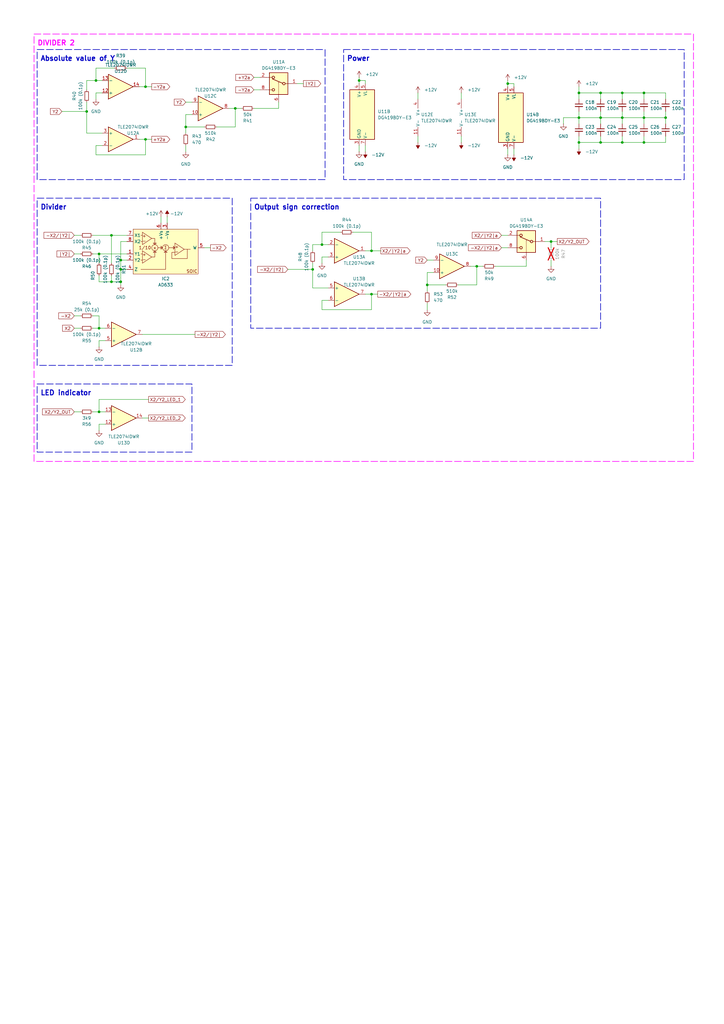
<source format=kicad_sch>
(kicad_sch (version 20231120) (generator "eeschema") (generator_version "8.0")
  (paper "A3" portrait)
  (title_block (title "Analog Computer Division Module") (date "2025-01-09") (rev "1"))
  (lib_symbols
    (symbol "Amplifier_Operational:TL074" (pin_names (offset 0.127))
      (property "Reference" "U" (at 0 5.08 0))
      (property "Value" "TL074" (at 0 -5.08 0))
      (symbol "TL074_1_1"
        (polyline (pts (xy -5.08 5.08) (xy 5.08 0) (xy -5.08 -5.08) (xy -5.08 5.08)) (stroke (width 0.254)) (fill (type background)))
        (pin output line (at 7.62 0 180) (length 2.54) (name "~") (number "1"))
        (pin input line (at -7.62 -2.54 0) (length 2.54) (name "-") (number "2"))
        (pin input line (at -7.62 2.54 0) (length 2.54) (name "+") (number "3"))
      )
      (symbol "TL074_2_1"
        (polyline (pts (xy -5.08 5.08) (xy 5.08 0) (xy -5.08 -5.08) (xy -5.08 5.08)) (stroke (width 0.254)) (fill (type background)))
        (pin input line (at -7.62 2.54 0) (length 2.54) (name "+") (number "5"))
        (pin input line (at -7.62 -2.54 0) (length 2.54) (name "-") (number "6"))
        (pin output line (at 7.62 0 180) (length 2.54) (name "~") (number "7"))
      )
      (symbol "TL074_3_1"
        (polyline (pts (xy -5.08 5.08) (xy 5.08 0) (xy -5.08 -5.08) (xy -5.08 5.08)) (stroke (width 0.254)) (fill (type background)))
        (pin input line (at -7.62 2.54 0) (length 2.54) (name "+") (number "10"))
        (pin output line (at 7.62 0 180) (length 2.54) (name "~") (number "8"))
        (pin input line (at -7.62 -2.54 0) (length 2.54) (name "-") (number "9"))
      )
      (symbol "TL074_4_1"
        (polyline (pts (xy -5.08 5.08) (xy 5.08 0) (xy -5.08 -5.08) (xy -5.08 5.08)) (stroke (width 0.254)) (fill (type background)))
        (pin input line (at -7.62 2.54 0) (length 2.54) (name "+") (number "12"))
        (pin input line (at -7.62 -2.54 0) (length 2.54) (name "-") (number "13"))
        (pin output line (at 7.62 0 180) (length 2.54) (name "~") (number "14"))
      )
      (symbol "TL074_5_1"
        (pin power_in line (at -2.54 -7.62 90) (length 3.81) (name "V-") (number "11"))
        (pin power_in line (at -2.54 7.62 270) (length 3.81) (name "V+") (number "4"))
      )
    )
    (symbol "Analog_Switch:ADG419BR" (pin_names (offset 0.254))
      (property "Reference" "U" (at -3.175 4.699 0))
      (property "Value" "ADG419BR" (at -3.175 2.921 0))
      (symbol "ADG419BR_1_1"
        (rectangle (start -3.81 4.445) (end 3.81 -4.445) (stroke (width 0.254)) (fill (type background)))
        (circle (center -2.159 0) (radius 0.508) (stroke (width 0.254)))
        (polyline (pts (xy -5.08 0) (xy -2.794 0)))
        (polyline (pts (xy -1.651 0.127) (xy 2.54 1.905)) (stroke (width 0.254)))
        (polyline (pts (xy 0 -5.08) (xy 0 -4.572)))
        (polyline (pts (xy 0 -4.318) (xy 0 -4.064)))
        (polyline (pts (xy 0 -3.81) (xy 0 -3.556)))
        (polyline (pts (xy 0 -3.302) (xy 0 -3.048)))
        (polyline (pts (xy 0 -2.794) (xy 0 -2.54)))
        (polyline (pts (xy 0 -2.286) (xy 0 -2.032)))
        (polyline (pts (xy 0 -1.778) (xy 0 -1.524)))
        (polyline (pts (xy 0 -1.27) (xy 0 -1.016)))
        (polyline (pts (xy 0 -0.762) (xy 0 -0.508)))
        (polyline (pts (xy 0 -0.254) (xy 0 0)))
        (polyline (pts (xy 0 0.254) (xy 0 0.508)))
        (polyline (pts (xy 0 0.254) (xy 0 0.508)))
        (polyline (pts (xy 5.08 -2.54) (xy 2.794 -2.54)))
        (polyline (pts (xy 5.08 2.54) (xy 2.794 2.54)))
        (circle (center 2.159 -2.54) (radius 0.508) (stroke (width 0.254)))
        (circle (center 2.159 2.54) (radius 0.508) (stroke (width 0.254)))
        (pin passive line (at -7.62 0 0) (length 2.54) (name "~") (number "1"))
        (pin passive line (at 7.62 2.54 180) (length 2.54) (name "~") (number "2"))
        (pin input line (at 0 -7.62 90) (length 2.54) (name "~") (number "6"))
        (pin passive line (at 7.62 -2.54 180) (length 2.54) (name "~") (number "8"))
      )
      (symbol "ADG419BR_2_0"
        (pin power_in line (at 0 -12.7 90) (length 2.54) (name "GND") (number "3"))
        (pin power_in line (at 0 12.7 270) (length 2.54) (name "V+") (number "4"))
        (pin power_in line (at 2.54 12.7 270) (length 2.54) (name "VL") (number "5"))
        (pin power_in line (at 2.54 -12.7 90) (length 2.54) (name "V-") (number "7"))
      )
      (symbol "ADG419BR_2_1"
        (rectangle (start -3.81 10.16) (end 6.35 -10.16) (stroke (width 0.254)) (fill (type background)))
      )
    )
    (symbol "Analog_Switch:DG419LDY" (pin_names (offset 0.254))
      (property "Reference" "U" (at -3.175 7.239 0))
      (property "Value" "DG419LDY" (at -3.175 5.461 0))
      (symbol "DG419LDY_1_1"
        (rectangle (start -3.81 4.445) (end 3.81 -4.445) (stroke (width 0.254)) (fill (type background)))
        (circle (center -2.159 0) (radius 0.508) (stroke (width 0.254)))
        (polyline (pts (xy -5.08 0) (xy -2.794 0)))
        (polyline (pts (xy -1.651 0.127) (xy 2.54 1.905)) (stroke (width 0.254)))
        (polyline (pts (xy 0 -5.08) (xy 0 -4.572)))
        (polyline (pts (xy 0 -4.318) (xy 0 -4.064)))
        (polyline (pts (xy 0 -3.81) (xy 0 -3.556)))
        (polyline (pts (xy 0 -3.302) (xy 0 -3.048)))
        (polyline (pts (xy 0 -2.794) (xy 0 -2.54)))
        (polyline (pts (xy 0 -2.286) (xy 0 -2.032)))
        (polyline (pts (xy 0 -1.778) (xy 0 -1.524)))
        (polyline (pts (xy 0 -1.27) (xy 0 -1.016)))
        (polyline (pts (xy 0 -0.762) (xy 0 -0.508)))
        (polyline (pts (xy 0 -0.254) (xy 0 0)))
        (polyline (pts (xy 0 0.254) (xy 0 0.508)))
        (polyline (pts (xy 0 0.254) (xy 0 0.508)))
        (polyline (pts (xy 5.08 -2.54) (xy 2.794 -2.54)))
        (polyline (pts (xy 5.08 2.54) (xy 2.794 2.54)))
        (circle (center 2.159 -2.54) (radius 0.508) (stroke (width 0.254)))
        (circle (center 2.159 2.54) (radius 0.508) (stroke (width 0.254)))
        (pin passive line (at -7.62 0 0) (length 2.54) (name "~") (number "1"))
        (pin passive line (at 7.62 2.54 180) (length 2.54) (name "~") (number "2"))
        (pin input line (at 0 -7.62 90) (length 2.54) (name "~") (number "6"))
        (pin passive line (at 7.62 -2.54 180) (length 2.54) (name "~") (number "8"))
      )
      (symbol "DG419LDY_2_0"
        (pin power_in line (at 0 -12.7 90) (length 2.54) (name "GND") (number "3"))
        (pin power_in line (at 0 12.7 270) (length 2.54) (name "V+") (number "4"))
        (pin power_in line (at 2.54 12.7 270) (length 2.54) (name "VL") (number "5"))
        (pin power_in line (at 2.54 -12.7 90) (length 2.54) (name "V-") (number "7"))
      )
      (symbol "DG419LDY_2_1"
        (rectangle (start -3.81 10.16) (end 6.35 -10.16) (stroke (width 0.254)) (fill (type background)))
      )
    )
    (symbol "Analog_computing:AD633JR/AD633AR"
      (property "Reference" "IC" (at 21.336 8.636 0))
      (symbol "AD633JR/AD633AR_1_1"
        (rectangle (start -1.27 7.62) (end 25.4 -10.795) (fill (type background)))
        (polyline (pts (xy 2.54 -5.08) (xy 1.905 -5.08)))
        (polyline (pts (xy 2.54 -2.54) (xy 1.905 -2.54)))
        (polyline (pts (xy 2.54 2.54) (xy 1.905 2.54)))
        (polyline (pts (xy 2.54 5.08) (xy 1.905 5.08)))
        (polyline (pts (xy 8.89 0) (xy 10.795 0)))
        (polyline (pts (xy 13.335 0) (xy 15.875 0)))
        (polyline (pts (xy 19.685 -0.635) (xy 22.225 -0.635)))
        (polyline (pts (xy 1.905 -8.89) (xy 12.065 -8.89) (xy 12.065 -1.27)))
        (polyline (pts (xy 6.35 -3.81) (xy 7.62 -3.81) (xy 7.62 -1.27)))
        (polyline (pts (xy 7.62 1.27) (xy 7.62 3.81) (xy 6.35 3.81)))
        (polyline (pts (xy 2.54 -1.27) (xy 2.54 -6.35) (xy 6.35 -3.81) (xy 2.54 -1.27)))
        (polyline (pts (xy 2.54 6.35) (xy 2.54 1.27) (xy 6.35 3.81) (xy 2.54 6.35)))
        (polyline (pts (xy 6.985 1.905) (xy 7.62 1.27) (xy 8.255 1.905) (xy 6.985 1.905)))
        (polyline (pts (xy 7.62 -1.27) (xy 6.985 -1.905) (xy 8.255 -1.905) (xy 7.62 -1.27)))
        (polyline (pts (xy 10.16 0.635) (xy 10.795 0) (xy 10.16 -0.635) (xy 10.16 0.635)))
        (polyline (pts (xy 12.065 -1.27) (xy 11.43 -1.905) (xy 12.7 -1.905) (xy 12.065 -1.27)))
        (polyline (pts (xy 15.24 0.635) (xy 15.875 0) (xy 15.24 -0.635) (xy 15.24 0.635)))
        (polyline (pts (xy 15.875 1.905) (xy 15.875 -3.175) (xy 19.685 -0.635) (xy 15.875 1.905)))
        (polyline (pts (xy 15.875 -1.905) (xy 14.605 -1.905) (xy 14.605 -4.445) (xy 20.955 -4.445) (xy 20.955 -0.635)))
        (circle (center 7.62 0) (radius 1.27))
        (circle (center 12.065 0) (radius 1.27))
        (text "+\n-" (at 3.302 -3.81 0) (effects (font (size 1.27 1.27))))
        (text "+\n-" (at 3.302 3.81 0) (effects (font (size 1.27 1.27))))
        (text "+\n-" (at 16.637 -0.635 0) (effects (font (size 1.27 1.27))))
        (text "1/10" (at 3.556 0 0) (effects (font (size 1.27 1.27))))
        (text "SOIC" (at 22.86 -9.652 0) (effects (font (size 1.27 1.27))))
        (text "x\n" (at 7.62 0 0) (effects (font (size 1.27 1.27))))
        (text "Σ" (at 12.065 0 0) (effects (font (size 1.27 1.27))))
        (pin input line (at -3.81 -2.54 0) (length 2.54) (name "Y1") (number "1"))
        (pin input line (at -3.81 -5.08 0) (length 2.54) (name "Y2") (number "2"))
        (pin input line (at 12.7 10.16 270) (length 2.54) (name "-Vs") (number "3"))
        (pin input line (at -3.81 -8.89 0) (length 2.54) (name "Z") (number "4"))
        (pin output line (at 27.94 0 180) (length 2.54) (name "W") (number "5"))
        (pin input line (at 10.16 10.16 270) (length 2.54) (name "+Vs") (number "6"))
        (pin input line (at -3.81 5.08 0) (length 2.54) (name "X1") (number "7"))
        (pin input line (at -3.81 2.54 0) (length 2.54) (name "X2") (number "8"))
      )
    )
    (symbol "Device:C_Small" (pin_numbers hide) (pin_names (offset 0.254) hide)
      (property "Reference" "C" (at 0.254 1.778 0))
      (property "Value" "C_Small" (at 0.254 -2.032 0))
      (symbol "C_Small_0_1"
        (polyline (pts (xy -1.524 -0.508) (xy 1.524 -0.508)) (stroke (width 0.3302)))
        (polyline (pts (xy -1.524 0.508) (xy 1.524 0.508)) (stroke (width 0.3048)))
      )
      (symbol "C_Small_1_1"
        (pin passive line (at 0 2.54 270) (length 2.032) (name "~") (number "1"))
        (pin passive line (at 0 -2.54 90) (length 2.032) (name "~") (number "2"))
      )
    )
    (symbol "Device:R_Small" (pin_numbers hide) (pin_names (offset 0.254) hide)
      (property "Reference" "R" (at 0.762 0.508 0))
      (property "Value" "R_Small" (at 0.762 -1.016 0))
      (symbol "R_Small_0_1"
        (rectangle (start -0.762 1.778) (end 0.762 -1.778) (stroke (width 0.2032)))
      )
      (symbol "R_Small_1_1"
        (pin passive line (at 0 2.54 270) (length 0.762) (name "~") (number "1"))
        (pin passive line (at 0 -2.54 90) (length 0.762) (name "~") (number "2"))
      )
    )
    (symbol "power:+12V" (power) (pin_numbers hide) (pin_names (offset 0) hide)
      (property "Value" "+12V" (at 0 3.556 0))
      (symbol "+12V_0_1"
        (polyline (pts (xy -0.762 1.27) (xy 0 2.54)))
        (polyline (pts (xy 0 0) (xy 0 2.54)))
        (polyline (pts (xy 0 2.54) (xy 0.762 1.27)))
      )
      (symbol "+12V_1_1"
        (pin power_in line (at 0 0 90) (length 0) (name "~") (number "1"))
      )
    )
    (symbol "power:-12V" (power) (pin_numbers hide) (pin_names (offset 0) hide)
      (property "Value" "-12V" (at 0 3.556 0))
      (symbol "-12V_0_0"
        (pin power_in line (at 0 0 90) (length 0) (name "~") (number "1"))
      )
      (symbol "-12V_0_1"
        (polyline (pts (xy 0 0) (xy 0 1.27) (xy 0.762 1.27) (xy 0 2.54) (xy -0.762 1.27) (xy 0 1.27)) (fill (type outline)))
      )
    )
    (symbol "power:GND" (power) (pin_numbers hide) (pin_names (offset 0) hide)
      (property "Value" "GND" (at 0 -3.81 0))
      (symbol "GND_0_1"
        (polyline (pts (xy 0 0) (xy 0 -1.27) (xy 1.27 -1.27) (xy 0 -2.54) (xy -1.27 -1.27) (xy 0 -1.27)))
      )
      (symbol "GND_1_1"
        (pin power_in line (at 0 0 270) (length 0) (name "~") (number "1"))
      )
    )
  )
  (junction (at 255.27 38.1))
  (junction (at 128.27 110.49))
  (junction (at 39.37 33.02))
  (junction (at 237.49 38.1))
  (junction (at 40.64 168.91))
  (junction (at 49.53 115.57))
  (junction (at 208.28 34.29))
  (junction (at 246.38 38.1))
  (junction (at 237.49 48.26))
  (junction (at 45.72 96.52))
  (junction (at 152.4 102.87))
  (junction (at 264.16 48.26))
  (junction (at 255.27 48.26))
  (junction (at 175.26 116.84))
  (junction (at 195.58 109.22))
  (junction (at 45.72 115.57))
  (junction (at 49.53 106.68))
  (junction (at 147.32 33.02))
  (junction (at 237.49 58.42))
  (junction (at 132.08 100.33))
  (junction (at 273.05 48.26))
  (junction (at 226.06 99.06))
  (junction (at 152.4 120.65))
  (junction (at 59.69 35.56))
  (junction (at 246.38 48.26))
  (junction (at 40.64 104.14))
  (junction (at 264.16 58.42))
  (junction (at 264.16 38.1))
  (junction (at 59.69 57.15))
  (junction (at 49.53 110.49))
  (junction (at 35.56 45.72))
  (junction (at 255.27 58.42))
  (junction (at 246.38 58.42))
  (junction (at 40.64 134.62))
  (junction (at 96.52 44.45))
  (junction (at 76.2 52.07))
  (wire (pts (xy 40.64 113.03) (xy 40.64 115.57)))
  (wire (pts (xy 134.62 105.41) (xy 132.08 105.41)))
  (wire (pts (xy 237.49 35.56) (xy 237.49 38.1)))
  (wire (pts (xy 76.2 46.99) (xy 76.2 52.07)))
  (wire (pts (xy 273.05 40.64) (xy 273.05 38.1)))
  (wire (pts (xy 264.16 48.26) (xy 264.16 50.8)))
  (wire (pts (xy 121.92 34.29) (xy 124.46 34.29)))
  (wire (pts (xy 40.64 134.62) (xy 43.18 134.62)))
  (wire (pts (xy 264.16 45.72) (xy 264.16 48.26)))
  (wire (pts (xy 273.05 48.26) (xy 273.05 50.8)))
  (wire (pts (xy 205.74 96.52) (xy 208.28 96.52)))
  (wire (pts (xy 187.96 116.84) (xy 195.58 116.84)))
  (wire (pts (xy 39.37 59.69) (xy 39.37 63.5)))
  (wire (pts (xy 76.2 52.07) (xy 76.2 54.61)))
  (wire (pts (xy 40.64 139.7) (xy 43.18 139.7)))
  (wire (pts (xy 223.52 99.06) (xy 226.06 99.06)))
  (wire (pts (xy 96.52 44.45) (xy 96.52 52.07)))
  (wire (pts (xy 134.62 118.11) (xy 128.27 118.11)))
  (wire (pts (xy 104.14 44.45) (xy 114.3 44.45)))
  (wire (pts (xy 58.42 137.16) (xy 80.01 137.16)))
  (wire (pts (xy 149.86 102.87) (xy 152.4 102.87)))
  (wire (pts (xy 237.49 48.26) (xy 237.49 50.8)))
  (wire (pts (xy 39.37 63.5) (xy 59.69 63.5)))
  (wire (pts (xy 208.28 34.29) (xy 208.28 35.56)))
  (wire (pts (xy 76.2 41.91) (xy 78.74 41.91)))
  (wire (pts (xy 114.3 44.45) (xy 114.3 41.91)))
  (wire (pts (xy 76.2 59.69) (xy 76.2 62.23)))
  (wire (pts (xy 78.74 46.99) (xy 76.2 46.99)))
  (wire (pts (xy 226.06 106.68) (xy 226.06 109.22)))
  (wire (pts (xy 68.58 88.9) (xy 68.58 91.44)))
  (wire (pts (xy 49.53 106.68) (xy 52.07 106.68)))
  (wire (pts (xy 49.53 106.68) (xy 49.53 110.49)))
  (wire (pts (xy 38.1 104.14) (xy 40.64 104.14)))
  (wire (pts (xy 147.32 59.69) (xy 147.32 62.23)))
  (wire (pts (xy 38.1 134.62) (xy 40.64 134.62)))
  (wire (pts (xy 171.45 55.88) (xy 171.45 58.42)))
  (wire (pts (xy 40.64 163.83) (xy 40.64 168.91)))
  (wire (pts (xy 39.37 38.1) (xy 41.91 38.1)))
  (wire (pts (xy 40.64 129.54) (xy 40.64 134.62)))
  (wire (pts (xy 246.38 48.26) (xy 255.27 48.26)))
  (wire (pts (xy 132.08 100.33) (xy 134.62 100.33)))
  (wire (pts (xy 58.42 171.45) (xy 60.96 171.45)))
  (wire (pts (xy 175.26 111.76) (xy 175.26 116.84)))
  (wire (pts (xy 255.27 48.26) (xy 264.16 48.26)))
  (wire (pts (xy 226.06 99.06) (xy 228.6 99.06)))
  (wire (pts (xy 273.05 45.72) (xy 273.05 48.26)))
  (wire (pts (xy 49.53 115.57) (xy 49.53 116.84)))
  (wire (pts (xy 264.16 48.26) (xy 273.05 48.26)))
  (wire (pts (xy 237.49 58.42) (xy 246.38 58.42)))
  (wire (pts (xy 226.06 99.06) (xy 226.06 101.6)))
  (wire (pts (xy 152.4 102.87) (xy 156.21 102.87)))
  (wire (pts (xy 152.4 120.65) (xy 149.86 120.65)))
  (wire (pts (xy 189.23 55.88) (xy 189.23 58.42)))
  (wire (pts (xy 38.1 96.52) (xy 45.72 96.52)))
  (wire (pts (xy 189.23 38.1) (xy 189.23 40.64)))
  (wire (pts (xy 152.4 95.25) (xy 144.78 95.25)))
  (wire (pts (xy 30.48 104.14) (xy 33.02 104.14)))
  (wire (pts (xy 25.4 45.72) (xy 35.56 45.72)))
  (wire (pts (xy 205.74 101.6) (xy 208.28 101.6)))
  (wire (pts (xy 83.82 101.6) (xy 86.36 101.6)))
  (wire (pts (xy 40.64 173.99) (xy 43.18 173.99)))
  (wire (pts (xy 152.4 127) (xy 152.4 120.65)))
  (wire (pts (xy 66.04 88.9) (xy 66.04 91.44)))
  (wire (pts (xy 246.38 38.1) (xy 246.38 40.64)))
  (wire (pts (xy 152.4 120.65) (xy 154.94 120.65)))
  (wire (pts (xy 35.56 33.02) (xy 35.56 36.83)))
  (wire (pts (xy 40.64 104.14) (xy 40.64 107.95)))
  (wire (pts (xy 237.49 48.26) (xy 246.38 48.26)))
  (wire (pts (xy 45.72 96.52) (xy 52.07 96.52)))
  (wire (pts (xy 237.49 55.88) (xy 237.49 58.42)))
  (wire (pts (xy 118.11 110.49) (xy 128.27 110.49)))
  (wire (pts (xy 134.62 123.19) (xy 132.08 123.19)))
  (wire (pts (xy 255.27 38.1) (xy 246.38 38.1)))
  (wire (pts (xy 45.72 115.57) (xy 49.53 115.57)))
  (wire (pts (xy 231.14 50.8) (xy 231.14 48.26)))
  (wire (pts (xy 96.52 44.45) (xy 99.06 44.45)))
  (wire (pts (xy 59.69 35.56) (xy 62.23 35.56)))
  (wire (pts (xy 210.82 34.29) (xy 208.28 34.29)))
  (wire (pts (xy 246.38 45.72) (xy 246.38 48.26)))
  (wire (pts (xy 57.15 35.56) (xy 59.69 35.56)))
  (wire (pts (xy 40.64 142.24) (xy 40.64 139.7)))
  (wire (pts (xy 45.72 113.03) (xy 45.72 115.57)))
  (wire (pts (xy 273.05 55.88) (xy 273.05 58.42)))
  (wire (pts (xy 128.27 118.11) (xy 128.27 110.49)))
  (wire (pts (xy 195.58 109.22) (xy 198.12 109.22)))
  (wire (pts (xy 49.53 110.49) (xy 52.07 110.49)))
  (wire (pts (xy 40.64 176.53) (xy 40.64 173.99)))
  (wire (pts (xy 149.86 59.69) (xy 149.86 62.23)))
  (wire (pts (xy 132.08 123.19) (xy 132.08 127)))
  (wire (pts (xy 40.64 115.57) (xy 45.72 115.57)))
  (wire (pts (xy 49.53 99.06) (xy 49.53 106.68)))
  (wire (pts (xy 40.64 168.91) (xy 43.18 168.91)))
  (wire (pts (xy 210.82 60.96) (xy 210.82 63.5)))
  (wire (pts (xy 208.28 60.96) (xy 208.28 63.5)))
  (wire (pts (xy 171.45 38.1) (xy 171.45 40.64)))
  (wire (pts (xy 246.38 48.26) (xy 246.38 50.8)))
  (wire (pts (xy 39.37 27.94) (xy 39.37 33.02)))
  (wire (pts (xy 41.91 59.69) (xy 39.37 59.69)))
  (wire (pts (xy 149.86 34.29) (xy 149.86 33.02)))
  (wire (pts (xy 246.38 58.42) (xy 246.38 55.88)))
  (wire (pts (xy 231.14 48.26) (xy 237.49 48.26)))
  (wire (pts (xy 59.69 35.56) (xy 59.69 27.94)))
  (wire (pts (xy 237.49 45.72) (xy 237.49 48.26)))
  (wire (pts (xy 175.26 124.46) (xy 175.26 127)))
  (wire (pts (xy 96.52 52.07) (xy 88.9 52.07)))
  (wire (pts (xy 273.05 38.1) (xy 264.16 38.1)))
  (wire (pts (xy 237.49 40.64) (xy 237.49 38.1)))
  (wire (pts (xy 237.49 38.1) (xy 246.38 38.1)))
  (wire (pts (xy 128.27 107.95) (xy 128.27 110.49)))
  (wire (pts (xy 59.69 63.5) (xy 59.69 57.15)))
  (wire (pts (xy 35.56 41.91) (xy 35.56 45.72)))
  (wire (pts (xy 132.08 127) (xy 152.4 127)))
  (wire (pts (xy 208.28 33.02) (xy 208.28 34.29)))
  (wire (pts (xy 59.69 57.15) (xy 62.23 57.15)))
  (wire (pts (xy 147.32 33.02) (xy 149.86 33.02)))
  (wire (pts (xy 177.8 111.76) (xy 175.26 111.76)))
  (wire (pts (xy 132.08 105.41) (xy 132.08 107.95)))
  (wire (pts (xy 30.48 96.52) (xy 33.02 96.52)))
  (wire (pts (xy 193.04 109.22) (xy 195.58 109.22)))
  (wire (pts (xy 175.26 106.68) (xy 177.8 106.68)))
  (wire (pts (xy 49.53 110.49) (xy 49.53 115.57)))
  (wire (pts (xy 128.27 100.33) (xy 132.08 100.33)))
  (wire (pts (xy 147.32 31.75) (xy 147.32 33.02)))
  (wire (pts (xy 210.82 35.56) (xy 210.82 34.29)))
  (wire (pts (xy 30.48 168.91) (xy 33.02 168.91)))
  (wire (pts (xy 40.64 104.14) (xy 52.07 104.14)))
  (wire (pts (xy 52.07 27.94) (xy 59.69 27.94)))
  (wire (pts (xy 46.99 27.94) (xy 39.37 27.94)))
  (wire (pts (xy 132.08 95.25) (xy 132.08 100.33)))
  (wire (pts (xy 273.05 58.42) (xy 264.16 58.42)))
  (wire (pts (xy 35.56 54.61) (xy 41.91 54.61)))
  (wire (pts (xy 60.96 163.83) (xy 40.64 163.83)))
  (wire (pts (xy 104.14 36.83) (xy 106.68 36.83)))
  (wire (pts (xy 195.58 116.84) (xy 195.58 109.22)))
  (wire (pts (xy 255.27 48.26) (xy 255.27 50.8)))
  (wire (pts (xy 264.16 40.64) (xy 264.16 38.1)))
  (wire (pts (xy 255.27 40.64) (xy 255.27 38.1)))
  (wire (pts (xy 38.1 168.91) (xy 40.64 168.91)))
  (wire (pts (xy 215.9 109.22) (xy 215.9 106.68)))
  (wire (pts (xy 45.72 96.52) (xy 45.72 107.95)))
  (wire (pts (xy 255.27 58.42) (xy 264.16 58.42)))
  (wire (pts (xy 52.07 99.06) (xy 49.53 99.06)))
  (wire (pts (xy 237.49 58.42) (xy 237.49 60.96)))
  (wire (pts (xy 104.14 31.75) (xy 106.68 31.75)))
  (wire (pts (xy 76.2 52.07) (xy 83.82 52.07)))
  (wire (pts (xy 139.7 95.25) (xy 132.08 95.25)))
  (wire (pts (xy 175.26 116.84) (xy 182.88 116.84)))
  (wire (pts (xy 264.16 55.88) (xy 264.16 58.42)))
  (wire (pts (xy 59.69 57.15) (xy 57.15 57.15)))
  (wire (pts (xy 246.38 58.42) (xy 255.27 58.42)))
  (wire (pts (xy 203.2 109.22) (xy 215.9 109.22)))
  (wire (pts (xy 39.37 40.64) (xy 39.37 38.1)))
  (wire (pts (xy 255.27 45.72) (xy 255.27 48.26)))
  (wire (pts (xy 93.98 44.45) (xy 96.52 44.45)))
  (wire (pts (xy 30.48 134.62) (xy 33.02 134.62)))
  (wire (pts (xy 264.16 38.1) (xy 255.27 38.1)))
  (wire (pts (xy 35.56 45.72) (xy 35.56 54.61)))
  (wire (pts (xy 255.27 55.88) (xy 255.27 58.42)))
  (wire (pts (xy 30.48 129.54) (xy 33.02 129.54)))
  (wire (pts (xy 128.27 100.33) (xy 128.27 102.87)))
  (wire (pts (xy 175.26 116.84) (xy 175.26 119.38)))
  (wire (pts (xy 39.37 33.02) (xy 35.56 33.02)))
  (wire (pts (xy 38.1 129.54) (xy 40.64 129.54)))
  (wire (pts (xy 147.32 33.02) (xy 147.32 34.29)))
  (wire (pts (xy 41.91 33.02) (xy 39.37 33.02)))
  (wire (pts (xy 152.4 102.87) (xy 152.4 95.25)))
  (rectangle (start 140.97 20.32) (end 280.67 73.66) (stroke (width 0.254) (type dash)))
  (rectangle (start 15.24 157.48) (end 78.74 185.42) (stroke (width 0.254) (type dash)))
  (rectangle (start 15.24 81.28) (end 95.25 149.86) (stroke (width 0.254) (type dash)))
  (rectangle (start 13.97 13.97) (end 284.48 189.23) (stroke (width 0.254) (type dash) (color 255 0 255 1)))
  (rectangle (start 102.87 81.28) (end 246.38 134.62) (stroke (width 0.254) (type dash)))
  (rectangle (start 15.24 20.32) (end 133.35 73.66) (stroke (width 0.254) (type dash)))
  (text "Absolute value of Y" (at 16.51 24.13 0) (effects (font (size 2.032 2.032) (thickness 0.4064) (bold yes)) (justify left)))
  (text "LED indicator" (at 16.51 161.29 0) (effects (font (size 2.032 2.032) (thickness 0.4064) (bold yes)) (justify left)))
  (text "Divider" (at 16.51 85.09 0) (effects (font (size 2.032 2.032) (thickness 0.4064) (bold yes)) (justify left)))
  (text "Power" (at 142.24 24.13 0) (effects (font (size 2.032 2.032) (thickness 0.4064) (bold yes)) (justify left)))
  (text "Output sign correction" (at 104.14 85.09 0) (effects (font (size 2.032 2.032) (thickness 0.4064) (bold yes)) (justify left)))
  (text "DIVIDER 2" (at 15.24 17.78 0) (effects (font (size 2.032 2.032) (thickness 0.4064) (bold yes)) (justify left)))
  (global_label "-X2{slash}|Y2|a" (shape input) (at 205.74 101.6 180) (property "Intersheetrefs" "${INTERSHEET_REFS}" (effects (hide yes))))
  (global_label "-X2{slash}|Y2|" (shape output) (at 80.01 137.16 0) (property "Intersheetrefs" "${INTERSHEET_REFS}" (effects (hide yes))))
  (global_label "Y2" (shape input) (at 175.26 106.68 180) (property "Intersheetrefs" "${INTERSHEET_REFS}" (effects (hide yes))))
  (global_label "+Y2a" (shape output) (at 62.23 57.15 0) (property "Intersheetrefs" "${INTERSHEET_REFS}" (effects (hide yes))))
  (global_label "|Y2|" (shape input) (at 30.48 104.14 180) (property "Intersheetrefs" "${INTERSHEET_REFS}" (effects (hide yes))))
  (global_label "-Y2a" (shape input) (at 104.14 36.83 180) (property "Intersheetrefs" "${INTERSHEET_REFS}" (effects (hide yes))))
  (global_label "+Y2a" (shape input) (at 104.14 31.75 180) (property "Intersheetrefs" "${INTERSHEET_REFS}" (effects (hide yes))))
  (global_label "-X2{slash}|Y2|" (shape input) (at 30.48 96.52 180) (property "Intersheetrefs" "${INTERSHEET_REFS}" (effects (hide yes))))
  (global_label "|Y2|" (shape output) (at 124.46 34.29 0) (property "Intersheetrefs" "${INTERSHEET_REFS}" (effects (hide yes))))
  (global_label "-Y2a" (shape output) (at 62.23 35.56 0) (property "Intersheetrefs" "${INTERSHEET_REFS}" (effects (hide yes))))
  (global_label "-X2{slash}|Y2|a" (shape output) (at 154.94 120.65 0) (property "Intersheetrefs" "${INTERSHEET_REFS}" (effects (hide yes))))
  (global_label "X2{slash}Y2_OUT" (shape output) (at 228.6 99.06 0) (property "Intersheetrefs" "${INTERSHEET_REFS}" (effects (hide yes))))
  (global_label "-X2" (shape output) (at 86.36 101.6 0) (property "Intersheetrefs" "${INTERSHEET_REFS}" (effects (hide yes))))
  (global_label "X2{slash}Y2_LED_2" (shape output) (at 60.96 171.45 0) (property "Intersheetrefs" "${INTERSHEET_REFS}" (effects (hide yes))))
  (global_label "X2{slash}|Y2|a" (shape input) (at 205.74 96.52 180) (property "Intersheetrefs" "${INTERSHEET_REFS}" (effects (hide yes))))
  (global_label "-X2{slash}|Y2|" (shape input) (at 118.11 110.49 180) (property "Intersheetrefs" "${INTERSHEET_REFS}" (effects (hide yes))))
  (global_label "Y2" (shape input) (at 25.4 45.72 180) (property "Intersheetrefs" "${INTERSHEET_REFS}" (effects (hide yes))))
  (global_label "X2" (shape input) (at 30.48 134.62 180) (property "Intersheetrefs" "${INTERSHEET_REFS}" (effects (hide yes))))
  (global_label "-X2" (shape input) (at 30.48 129.54 180) (property "Intersheetrefs" "${INTERSHEET_REFS}" (effects (hide yes))))
  (global_label "X2{slash}Y2_LED_1" (shape output) (at 60.96 163.83 0) (property "Intersheetrefs" "${INTERSHEET_REFS}" (effects (hide yes))))
  (global_label "X2{slash}|Y2|a" (shape output) (at 156.21 102.87 0) (property "Intersheetrefs" "${INTERSHEET_REFS}" (effects (hide yes))))
  (global_label "X2{slash}Y2_OUT" (shape input) (at 30.48 168.91 180) (property "Intersheetrefs" "${INTERSHEET_REFS}" (effects (hide yes))))
  (global_label "Y2" (shape input) (at 76.2 41.91 180) (property "Intersheetrefs" "${INTERSHEET_REFS}" (effects (hide yes))))
  (symbol (lib_id "Device:R_Small") (at 86.36 52.07 90) (mirror x) (unit 1)
    (property "Reference" "R42" (at 86.36 57.15 90))
    (property "Value" "510k" (at 86.36 54.61 90))
    (property "Footprint" "Resistor_SMD:R_1206_3216Metric_Pad1.30x1.75mm_HandSolder" (effects (hide yes)))
    (property "Description" "Resistor, small symbol" (effects (hide yes)))
  )
  (symbol (lib_id "Device:R_Small") (at 35.56 96.52 90) (mirror x) (unit 1)
    (property "Reference" "R45" (at 35.56 101.6 90))
    (property "Value" "100k (0.1p)" (at 35.56 99.06 90))
    (property "Footprint" "Resistor_SMD:R_1206_3216Metric_Pad1.30x1.75mm_HandSolder" (effects (hide yes)))
    (property "Description" "Resistor, small symbol" (effects (hide yes)))
  )
  (symbol (lib_id "power:GND") (at 49.53 116.84 0) (unit 1)
    (property "Reference" "#PWR084" (effects (hide yes)))
    (property "Value" "GND" (at 49.53 121.92 0))
    (property "Description" "Power symbol creates a global label with name \"GND\" , ground" (effects (hide yes)))
  )
  (symbol (lib_id "Device:R_Small") (at 49.53 27.94 270) (mirror x) (unit 1)
    (property "Reference" "R39" (at 49.53 22.86 90))
    (property "Value" "100k (0.1p)" (at 49.53 25.4 90))
    (property "Footprint" "Resistor_SMD:R_1206_3216Metric_Pad1.30x1.75mm_HandSolder" (effects (hide yes)))
    (property "Description" "Resistor, small symbol" (effects (hide yes)))
  )
  (symbol (lib_id "Analog_Switch:DG419LDY") (at 208.28 48.26 0) (unit 2)
    (property "Reference" "U14" (at 215.9 46.9899 0) (effects (justify left)))
    (property "Value" "DG419BDY-E3" (at 215.9 49.5299 0) (effects (justify left)))
    (property "Footprint" "Package_SO:SOIC-8_3.9x4.9mm_P1.27mm" (effects (hide yes)))
    (property "Datasheet" "https://www.vishay.com/docs/72107/dg417b.pdf" (effects (hide yes)))
    (property "Description" "Precision Monolithic Quad SPST CMOS Analog Switches" (effects (hide yes)))
  )
  (symbol (lib_id "Amplifier_Operational:TL074") (at 191.77 48.26 0) (unit 5)
    (property "Reference" "U13" (at 190.5 46.9899 0) (effects (justify left)))
    (property "Value" "TLE2074IDWR" (at 190.5 49.5299 0) (effects (justify left)))
    (property "Footprint" "Package_SO:SOIC-14_3.9x8.7mm_P1.27mm" (effects (hide yes)))
    (property "Datasheet" "https://www.ti.com/general/docs/suppproductinfo.tsp?distId=10&gotoUrl=https%3A%2F%2Fwww.ti.com%2Flit%2Fgpn%2Ftle2074" (effects (hide yes)))
    (property "Description" "IC OPAMP JFET 4 CIRCUIT 16SOIC" (effects (hide yes)))
  )
  (symbol (lib_id "Device:C_Small") (at 237.49 43.18 0) (unit 1)
    (property "Reference" "C18" (at 240.03 41.9162 0) (effects (justify left)))
    (property "Value" "100n" (at 240.03 44.4562 0) (effects (justify left)))
    (property "Footprint" "Capacitor_SMD:C_1206_3216Metric_Pad1.33x1.80mm_HandSolder" (effects (hide yes)))
    (property "Description" "Unpolarized capacitor, small symbol" (effects (hide yes)))
  )
  (symbol (lib_id "power:-12V") (at 149.86 62.23 180) (unit 1)
    (property "Reference" "#PWR077" (effects (hide yes)))
    (property "Value" "-12V" (at 152.4 63.4999 0) (effects (justify right)))
    (property "Description" "Power symbol creates a global label with name \"-12V\"" (effects (hide yes)))
  )
  (symbol (lib_id "Device:R_Small") (at 101.6 44.45 90) (mirror x) (unit 1)
    (property "Reference" "R41" (at 101.6 49.53 90))
    (property "Value" "50k" (at 101.6 46.99 90))
    (property "Footprint" "Resistor_SMD:R_1206_3216Metric_Pad1.30x1.75mm_HandSolder" (effects (hide yes)))
    (property "Description" "Resistor, small symbol" (effects (hide yes)))
  )
  (symbol (lib_id "Amplifier_Operational:TL074") (at 49.53 35.56 0) (mirror x) (unit 4)
    (property "Reference" "U12" (at 49.53 29.21 0))
    (property "Value" "TLE2074IDWR" (at 49.53 26.67 0))
    (property "Footprint" "Package_SO:SOIC-14_3.9x8.7mm_P1.27mm" (effects (hide yes)))
    (property "Datasheet" "https://www.ti.com/general/docs/suppproductinfo.tsp?distId=10&gotoUrl=https%3A%2F%2Fwww.ti.com%2Flit%2Fgpn%2Ftle2074" (effects (hide yes)))
    (property "Description" "IC OPAMP JFET 4 CIRCUIT 16SOIC" (effects (hide yes)))
  )
  (symbol (lib_id "Amplifier_Operational:TL074") (at 142.24 120.65 0) (unit 2)
    (property "Reference" "U13" (at 147.32 114.3 0))
    (property "Value" "TLE2074IDWR" (at 147.32 116.84 0))
    (property "Footprint" "Package_SO:SOIC-14_3.9x8.7mm_P1.27mm" (effects (hide yes)))
    (property "Datasheet" "https://www.ti.com/general/docs/suppproductinfo.tsp?distId=10&gotoUrl=https%3A%2F%2Fwww.ti.com%2Flit%2Fgpn%2Ftle2074" (effects (hide yes)))
    (property "Description" "IC OPAMP JFET 4 CIRCUIT 16SOIC" (effects (hide yes)))
  )
  (symbol (lib_id "Device:R_Small") (at 40.64 110.49 0) (mirror x) (unit 1)
    (property "Reference" "R50" (at 38.1 113.03 90))
    (property "Value" "100k (0.1p)" (at 43.18 110.49 90))
    (property "Footprint" "Resistor_SMD:R_1206_3216Metric_Pad1.30x1.75mm_HandSolder" (effects (hide yes)))
    (property "Description" "Resistor, small symbol" (effects (hide yes)))
  )
  (symbol (lib_id "power:GND") (at 226.06 109.22 0) (unit 1)
    (property "Reference" "#PWR083" (effects (hide yes)))
    (property "Value" "GND" (at 226.06 114.3 0))
    (property "Description" "Power symbol creates a global label with name \"GND\" , ground" (effects (hide yes)))
  )
  (symbol (lib_id "Device:R_Small") (at 226.06 104.14 0) (mirror x) (unit 1) (exclude_from_sim yes) (in_bom no) (on_board no) (dnp yes)
    (property "Reference" "R47" (at 231.14 104.14 90))
    (property "Value" "100k" (at 228.6 104.14 90))
    (property "Footprint" "Resistor_SMD:R_1206_3216Metric_Pad1.30x1.75mm_HandSolder" (effects (hide yes)))
    (property "Description" "Resistor, small symbol" (effects (hide yes)))
  )
  (symbol (lib_id "Device:R_Small") (at 35.56 129.54 270) (mirror x) (unit 1)
    (property "Reference" "R54" (at 35.56 124.46 90))
    (property "Value" "25k (0.1p)" (at 35.56 127 90))
    (property "Footprint" "Resistor_SMD:R_1206_3216Metric_Pad1.30x1.75mm_HandSolder" (effects (hide yes)))
    (property "Description" "Resistor, small symbol" (effects (hide yes)))
  )
  (symbol (lib_id "Device:R_Small") (at 35.56 168.91 90) (mirror x) (unit 1)
    (property "Reference" "R56" (at 35.56 173.99 90))
    (property "Value" "3k9" (at 35.56 171.45 90))
    (property "Footprint" "Resistor_SMD:R_1206_3216Metric_Pad1.30x1.75mm_HandSolder" (effects (hide yes)))
    (property "Description" "Resistor, small symbol" (effects (hide yes)))
  )
  (symbol (lib_id "Device:R_Small") (at 175.26 121.92 180) (unit 1)
    (property "Reference" "R53" (at 177.8 120.6499 0) (effects (justify right)))
    (property "Value" "470" (at 177.8 123.1899 0) (effects (justify right)))
    (property "Footprint" "Resistor_SMD:R_1206_3216Metric_Pad1.30x1.75mm_HandSolder" (effects (hide yes)))
    (property "Description" "Resistor, small symbol" (effects (hide yes)))
  )
  (symbol (lib_id "power:GND") (at 175.26 127 0) (unit 1)
    (property "Reference" "#PWR085" (effects (hide yes)))
    (property "Value" "GND" (at 175.26 132.08 0))
    (property "Description" "Power symbol creates a global label with name \"GND\" , ground" (effects (hide yes)))
  )
  (symbol (lib_id "Device:R_Small") (at 185.42 116.84 90) (mirror x) (unit 1)
    (property "Reference" "R52" (at 185.42 121.92 90))
    (property "Value" "510k" (at 185.42 119.38 90))
    (property "Footprint" "Resistor_SMD:R_1206_3216Metric_Pad1.30x1.75mm_HandSolder" (effects (hide yes)))
    (property "Description" "Resistor, small symbol" (effects (hide yes)))
  )
  (symbol (lib_id "power:+12V") (at 147.32 31.75 0) (unit 1)
    (property "Reference" "#PWR065" (effects (hide yes)))
    (property "Value" "+12V" (at 149.86 30.4799 0) (effects (justify left)))
    (property "Description" "Power symbol creates a global label with name \"+12V\"" (effects (hide yes)))
  )
  (symbol (lib_id "Device:R_Small") (at 45.72 110.49 0) (mirror x) (unit 1)
    (property "Reference" "R51" (at 50.8 110.49 90))
    (property "Value" "100k (0.1p)" (at 48.26 110.49 90))
    (property "Footprint" "Resistor_SMD:R_1206_3216Metric_Pad1.30x1.75mm_HandSolder" (effects (hide yes)))
    (property "Description" "Resistor, small symbol" (effects (hide yes)))
  )
  (symbol (lib_id "Device:R_Small") (at 128.27 105.41 0) (mirror y) (unit 1)
    (property "Reference" "R48" (at 123.19 105.41 90))
    (property "Value" "100k (0.1p)" (at 125.73 105.41 90))
    (property "Footprint" "Resistor_SMD:R_1206_3216Metric_Pad1.30x1.75mm_HandSolder" (effects (hide yes)))
    (property "Description" "Resistor, small symbol" (effects (hide yes)))
  )
  (symbol (lib_id "Device:C_Small") (at 255.27 53.34 0) (unit 1)
    (property "Reference" "C25" (at 257.81 52.0762 0) (effects (justify left)))
    (property "Value" "100n" (at 257.81 54.6162 0) (effects (justify left)))
    (property "Footprint" "Capacitor_SMD:C_1206_3216Metric_Pad1.33x1.80mm_HandSolder" (effects (hide yes)))
    (property "Description" "Unpolarized capacitor, small symbol" (effects (hide yes)))
  )
  (symbol (lib_id "power:+12V") (at 208.28 33.02 0) (unit 1)
    (property "Reference" "#PWR066" (effects (hide yes)))
    (property "Value" "+12V" (at 210.82 31.7499 0) (effects (justify left)))
    (property "Description" "Power symbol creates a global label with name \"+12V\"" (effects (hide yes)))
  )
  (symbol (lib_id "Device:R_Small") (at 35.56 39.37 0) (mirror y) (unit 1)
    (property "Reference" "R40" (at 30.48 39.37 90))
    (property "Value" "100k (0.1p)" (at 33.02 39.37 90))
    (property "Footprint" "Resistor_SMD:R_1206_3216Metric_Pad1.30x1.75mm_HandSolder" (effects (hide yes)))
    (property "Description" "Resistor, small symbol" (effects (hide yes)))
  )
  (symbol (lib_id "Device:C_Small") (at 246.38 53.34 0) (unit 1)
    (property "Reference" "C24" (at 248.92 52.0762 0) (effects (justify left)))
    (property "Value" "100n" (at 248.92 54.6162 0) (effects (justify left)))
    (property "Footprint" "Capacitor_SMD:C_1206_3216Metric_Pad1.33x1.80mm_HandSolder" (effects (hide yes)))
    (property "Description" "Unpolarized capacitor, small symbol" (effects (hide yes)))
  )
  (symbol (lib_id "Device:C_Small") (at 237.49 53.34 0) (unit 1)
    (property "Reference" "C23" (at 240.03 52.0762 0) (effects (justify left)))
    (property "Value" "100n" (at 240.03 54.6162 0) (effects (justify left)))
    (property "Footprint" "Capacitor_SMD:C_1206_3216Metric_Pad1.33x1.80mm_HandSolder" (effects (hide yes)))
    (property "Description" "Unpolarized capacitor, small symbol" (effects (hide yes)))
  )
  (symbol (lib_id "Device:C_Small") (at 255.27 43.18 0) (unit 1)
    (property "Reference" "C20" (at 257.81 41.9162 0) (effects (justify left)))
    (property "Value" "100n" (at 257.81 44.4562 0) (effects (justify left)))
    (property "Footprint" "Capacitor_SMD:C_1206_3216Metric_Pad1.33x1.80mm_HandSolder" (effects (hide yes)))
    (property "Description" "Unpolarized capacitor, small symbol" (effects (hide yes)))
  )
  (symbol (lib_id "Analog_Switch:ADG419BR") (at 114.3 34.29 0) (mirror y) (unit 1)
    (property "Reference" "U11" (at 114.3 25.4 0))
    (property "Value" "DG419BDY-E3" (at 114.3 27.94 0))
    (property "Footprint" "Package_SO:SOIC-8_3.9x4.9mm_P1.27mm" (effects (hide yes)))
    (property "Datasheet" "https://www.vishay.com/docs/72107/dg417b.pdf" (effects (hide yes)))
    (property "Description" "Precision Monolithic Quad SPST CMOS Analog Switches" (effects (hide yes)))
  )
  (symbol (lib_id "power:-12V") (at 171.45 58.42 180) (unit 1)
    (property "Reference" "#PWR072" (effects (hide yes)))
    (property "Value" "-12V" (at 173.99 59.6899 0) (effects (justify right)))
    (property "Description" "Power symbol creates a global label with name \"-12V\"" (effects (hide yes)))
  )
  (symbol (lib_id "power:+12V") (at 66.04 88.9 0) (unit 1)
    (property "Reference" "#PWR080" (effects (hide yes)))
    (property "Value" "+12V" (at 59.69 87.63 0) (effects (justify left)))
    (property "Description" "Power symbol creates a global label with name \"+12V\"" (effects (hide yes)))
  )
  (symbol (lib_id "Device:R_Small") (at 35.56 134.62 90) (mirror x) (unit 1)
    (property "Reference" "R55" (at 35.56 139.7 90))
    (property "Value" "100k (0.1p)" (at 35.56 137.16 90))
    (property "Footprint" "Resistor_SMD:R_1206_3216Metric_Pad1.30x1.75mm_HandSolder" (effects (hide yes)))
    (property "Description" "Resistor, small symbol" (effects (hide yes)))
  )
  (symbol (lib_id "Amplifier_Operational:TL074") (at 50.8 137.16 0) (mirror x) (unit 2)
    (property "Reference" "U12" (at 55.88 143.51 0))
    (property "Value" "TLE2074IDWR" (at 55.88 140.97 0))
    (property "Footprint" "Package_SO:SOIC-14_3.9x8.7mm_P1.27mm" (effects (hide yes)))
    (property "Datasheet" "https://www.ti.com/general/docs/suppproductinfo.tsp?distId=10&gotoUrl=https%3A%2F%2Fwww.ti.com%2Flit%2Fgpn%2Ftle2074" (effects (hide yes)))
    (property "Description" "IC OPAMP JFET 4 CIRCUIT 16SOIC" (effects (hide yes)))
  )
  (symbol (lib_id "power:-12V") (at 189.23 58.42 180) (unit 1)
    (property "Reference" "#PWR073" (effects (hide yes)))
    (property "Value" "-12V" (at 191.77 59.6899 0) (effects (justify right)))
    (property "Description" "Power symbol creates a global label with name \"-12V\"" (effects (hide yes)))
  )
  (symbol (lib_id "Device:C_Small") (at 264.16 53.34 0) (unit 1)
    (property "Reference" "C26" (at 266.7 52.0762 0) (effects (justify left)))
    (property "Value" "100n" (at 266.7 54.6162 0) (effects (justify left)))
    (property "Footprint" "Capacitor_SMD:C_1206_3216Metric_Pad1.33x1.80mm_HandSolder" (effects (hide yes)))
    (property "Description" "Unpolarized capacitor, small symbol" (effects (hide yes)))
  )
  (symbol (lib_id "power:GND") (at 208.28 63.5 0) (unit 1)
    (property "Reference" "#PWR078" (effects (hide yes)))
    (property "Value" "GND" (at 208.28 68.58 0))
    (property "Description" "Power symbol creates a global label with name \"GND\" , ground" (effects (hide yes)))
  )
  (symbol (lib_id "power:-12V") (at 210.82 63.5 180) (unit 1)
    (property "Reference" "#PWR079" (effects (hide yes)))
    (property "Value" "-12V" (at 213.36 64.7699 0) (effects (justify right)))
    (property "Description" "Power symbol creates a global label with name \"-12V\"" (effects (hide yes)))
  )
  (symbol (lib_id "Amplifier_Operational:TL074") (at 142.24 102.87 0) (mirror x) (unit 1)
    (property "Reference" "U13" (at 147.32 105.41 0))
    (property "Value" "TLE2074IDWR" (at 147.32 107.95 0))
    (property "Footprint" "Package_SO:SOIC-14_3.9x8.7mm_P1.27mm" (effects (hide yes)))
    (property "Datasheet" "https://www.ti.com/general/docs/suppproductinfo.tsp?distId=10&gotoUrl=https%3A%2F%2Fwww.ti.com%2Flit%2Fgpn%2Ftle2074" (effects (hide yes)))
    (property "Description" "IC OPAMP JFET 4 CIRCUIT 16SOIC" (effects (hide yes)))
  )
  (symbol (lib_id "Amplifier_Operational:TL074") (at 86.36 44.45 0) (mirror x) (unit 3)
    (property "Reference" "U12" (at 86.36 39.37 0))
    (property "Value" "TLE2074IDWR" (at 86.36 36.83 0))
    (property "Footprint" "Package_SO:SOIC-14_3.9x8.7mm_P1.27mm" (effects (hide yes)))
    (property "Datasheet" "https://www.ti.com/general/docs/suppproductinfo.tsp?distId=10&gotoUrl=https%3A%2F%2Fwww.ti.com%2Flit%2Fgpn%2Ftle2074" (effects (hide yes)))
    (property "Description" "IC OPAMP JFET 4 CIRCUIT 16SOIC" (effects (hide yes)))
  )
  (symbol (lib_id "Device:C_Small") (at 264.16 43.18 0) (unit 1)
    (property "Reference" "C21" (at 266.7 41.9162 0) (effects (justify left)))
    (property "Value" "100n" (at 266.7 44.4562 0) (effects (justify left)))
    (property "Footprint" "Capacitor_SMD:C_1206_3216Metric_Pad1.33x1.80mm_HandSolder" (effects (hide yes)))
    (property "Description" "Unpolarized capacitor, small symbol" (effects (hide yes)))
  )
  (symbol (lib_id "Device:R_Small") (at 142.24 95.25 270) (mirror x) (unit 1)
    (property "Reference" "R44" (at 142.24 90.17 90))
    (property "Value" "100k (0.1p)" (at 142.24 92.71 90))
    (property "Footprint" "Resistor_SMD:R_1206_3216Metric_Pad1.30x1.75mm_HandSolder" (effects (hide yes)))
    (property "Description" "Resistor, small symbol" (effects (hide yes)))
  )
  (symbol (lib_id "power:GND") (at 231.14 50.8 0) (unit 1)
    (property "Reference" "#PWR071" (effects (hide yes)))
    (property "Value" "GND" (at 231.14 55.88 0))
    (property "Description" "Power symbol creates a global label with name \"GND\" , ground" (effects (hide yes)))
  )
  (symbol (lib_id "Analog_computing:AD633JR/AD633AR") (at 55.88 101.6 0) (unit 1)
    (property "Reference" "IC2" (at 67.945 114.3 0))
    (property "Value" "AD633" (at 67.945 116.84 0))
    (property "Footprint" "Package_SO:SOIC-8_3.9x4.9mm_P1.27mm" (effects (hide yes)))
    (property "Datasheet" "https://www.analog.com/media/en/technical-documentation/data-sheets/AD633.pdf" (effects (hide yes)))
  )
  (symbol (lib_id "power:-12V") (at 68.58 88.9 0) (unit 1)
    (property "Reference" "#PWR081" (effects (hide yes)))
    (property "Value" "-12V" (at 72.39 87.63 0))
    (property "Description" "Power symbol creates a global label with name \"-12V\"" (effects (hide yes)))
  )
  (symbol (lib_id "Amplifier_Operational:TL074") (at 49.53 57.15 0) (unit 1)
    (property "Reference" "U12" (at 54.61 54.61 0))
    (property "Value" "TLE2074IDWR" (at 54.61 52.07 0))
    (property "Footprint" "Package_SO:SOIC-14_3.9x8.7mm_P1.27mm" (effects (hide yes)))
    (property "Datasheet" "https://www.ti.com/general/docs/suppproductinfo.tsp?distId=10&gotoUrl=https%3A%2F%2Fwww.ti.com%2Flit%2Fgpn%2Ftle2074" (effects (hide yes)))
    (property "Description" "IC OPAMP JFET 4 CIRCUIT 16SOIC" (effects (hide yes)))
  )
  (symbol (lib_id "power:+12V") (at 237.49 35.56 0) (unit 1)
    (property "Reference" "#PWR067" (effects (hide yes)))
    (property "Value" "+12V" (at 240.03 34.2899 0) (effects (justify left)))
    (property "Description" "Power symbol creates a global label with name \"+12V\"" (effects (hide yes)))
  )
  (symbol (lib_id "Amplifier_Operational:TL074") (at 185.42 109.22 0) (mirror x) (unit 3)
    (property "Reference" "U13" (at 185.42 104.14 0))
    (property "Value" "TLE2074IDWR" (at 185.42 100.33 0))
    (property "Footprint" "Package_SO:SOIC-14_3.9x8.7mm_P1.27mm" (effects (hide yes)))
    (property "Datasheet" "https://www.ti.com/general/docs/suppproductinfo.tsp?distId=10&gotoUrl=https%3A%2F%2Fwww.ti.com%2Flit%2Fgpn%2Ftle2074" (effects (hide yes)))
    (property "Description" "IC OPAMP JFET 4 CIRCUIT 16SOIC" (effects (hide yes)))
  )
  (symbol (lib_id "power:GND") (at 132.08 107.95 0) (unit 1)
    (property "Reference" "#PWR082" (effects (hide yes)))
    (property "Value" "GND" (at 132.08 113.03 0))
    (property "Description" "Power symbol creates a global label with name \"GND\" , ground" (effects (hide yes)))
  )
  (symbol (lib_id "power:GND") (at 40.64 176.53 0) (unit 1)
    (property "Reference" "#PWR087" (effects (hide yes)))
    (property "Value" "GND" (at 40.64 181.61 0))
    (property "Description" "Power symbol creates a global label with name \"GND\" , ground" (effects (hide yes)))
  )
  (symbol (lib_id "Device:C_Small") (at 273.05 43.18 0) (unit 1)
    (property "Reference" "C22" (at 275.59 41.9162 0) (effects (justify left)))
    (property "Value" "100n" (at 275.59 44.4562 0) (effects (justify left)))
    (property "Footprint" "Capacitor_SMD:C_1206_3216Metric_Pad1.33x1.80mm_HandSolder" (effects (hide yes)))
    (property "Description" "Unpolarized capacitor, small symbol" (effects (hide yes)))
  )
  (symbol (lib_id "Analog_Switch:ADG419BR") (at 147.32 46.99 0) (unit 2)
    (property "Reference" "U11" (at 154.94 45.7199 0) (effects (justify left)))
    (property "Value" "DG419BDY-E3" (at 154.94 48.2599 0) (effects (justify left)))
    (property "Footprint" "Package_SO:SOIC-8_3.9x4.9mm_P1.27mm" (effects (hide yes)))
    (property "Datasheet" "https://www.vishay.com/docs/72107/dg417b.pdf" (effects (hide yes)))
    (property "Description" "Precision Monolithic Quad SPST CMOS Analog Switches" (effects (hide yes)))
  )
  (symbol (lib_id "power:GND") (at 76.2 62.23 0) (unit 1)
    (property "Reference" "#PWR075" (effects (hide yes)))
    (property "Value" "GND" (at 76.2 67.31 0))
    (property "Description" "Power symbol creates a global label with name \"GND\" , ground" (effects (hide yes)))
  )
  (symbol (lib_id "Amplifier_Operational:TL074") (at 173.99 48.26 0) (unit 5)
    (property "Reference" "U12" (at 172.72 46.9899 0) (effects (justify left)))
    (property "Value" "TLE2074IDWR" (at 172.72 49.5299 0) (effects (justify left)))
    (property "Footprint" "Package_SO:SOIC-14_3.9x8.7mm_P1.27mm" (effects (hide yes)))
    (property "Datasheet" "https://www.ti.com/general/docs/suppproductinfo.tsp?distId=10&gotoUrl=https%3A%2F%2Fwww.ti.com%2Flit%2Fgpn%2Ftle2074" (effects (hide yes)))
    (property "Description" "IC OPAMP JFET 4 CIRCUIT 16SOIC" (effects (hide yes)))
  )
  (symbol (lib_id "Device:C_Small") (at 246.38 43.18 0) (unit 1)
    (property "Reference" "C19" (at 248.92 41.9162 0) (effects (justify left)))
    (property "Value" "100n" (at 248.92 44.4562 0) (effects (justify left)))
    (property "Footprint" "Capacitor_SMD:C_1206_3216Metric_Pad1.33x1.80mm_HandSolder" (effects (hide yes)))
    (property "Description" "Unpolarized capacitor, small symbol" (effects (hide yes)))
  )
  (symbol (lib_id "power:+12V") (at 171.45 38.1 0) (unit 1)
    (property "Reference" "#PWR068" (effects (hide yes)))
    (property "Value" "+12V" (at 173.99 36.8299 0) (effects (justify left)))
    (property "Description" "Power symbol creates a global label with name \"+12V\"" (effects (hide yes)))
  )
  (symbol (lib_id "Device:C_Small") (at 273.05 53.34 0) (unit 1)
    (property "Reference" "C27" (at 275.59 52.0762 0) (effects (justify left)))
    (property "Value" "100n" (at 275.59 54.6162 0) (effects (justify left)))
    (property "Footprint" "Capacitor_SMD:C_1206_3216Metric_Pad1.33x1.80mm_HandSolder" (effects (hide yes)))
    (property "Description" "Unpolarized capacitor, small symbol" (effects (hide yes)))
  )
  (symbol (lib_id "Device:R_Small") (at 200.66 109.22 90) (mirror x) (unit 1)
    (property "Reference" "R49" (at 200.66 114.3 90))
    (property "Value" "50k" (at 200.66 111.76 90))
    (property "Footprint" "Resistor_SMD:R_1206_3216Metric_Pad1.30x1.75mm_HandSolder" (effects (hide yes)))
    (property "Description" "Resistor, small symbol" (effects (hide yes)))
  )
  (symbol (lib_id "power:GND") (at 40.64 142.24 0) (unit 1)
    (property "Reference" "#PWR086" (effects (hide yes)))
    (property "Value" "GND" (at 40.64 147.32 0))
    (property "Description" "Power symbol creates a global label with name \"GND\" , ground" (effects (hide yes)))
  )
  (symbol (lib_id "Analog_Switch:DG419LDY") (at 215.9 99.06 0) (mirror y) (unit 1)
    (property "Reference" "U14" (at 215.9 90.17 0))
    (property "Value" "DG419BDY-E3" (at 215.9 92.71 0))
    (property "Footprint" "Package_SO:SOIC-8_3.9x4.9mm_P1.27mm" (effects (hide yes)))
    (property "Datasheet" "https://www.vishay.com/docs/72107/dg417b.pdf" (effects (hide yes)))
    (property "Description" "Precision Monolithic Quad SPST CMOS Analog Switches" (effects (hide yes)))
  )
  (symbol (lib_id "Device:R_Small") (at 35.56 104.14 90) (mirror x) (unit 1)
    (property "Reference" "R46" (at 35.56 109.22 90))
    (property "Value" "100k (0.1p)" (at 35.56 106.68 90))
    (property "Footprint" "Resistor_SMD:R_1206_3216Metric_Pad1.30x1.75mm_HandSolder" (effects (hide yes)))
    (property "Description" "Resistor, small symbol" (effects (hide yes)))
  )
  (symbol (lib_id "power:GND") (at 147.32 62.23 0) (unit 1)
    (property "Reference" "#PWR076" (effects (hide yes)))
    (property "Value" "GND" (at 147.32 67.31 0))
    (property "Description" "Power symbol creates a global label with name \"GND\" , ground" (effects (hide yes)))
  )
  (symbol (lib_id "power:GND") (at 39.37 40.64 0) (unit 1)
    (property "Reference" "#PWR070" (effects (hide yes)))
    (property "Value" "GND" (at 39.37 45.72 0))
    (property "Description" "Power symbol creates a global label with name \"GND\" , ground" (effects (hide yes)))
  )
  (symbol (lib_id "Amplifier_Operational:TL074") (at 50.8 171.45 0) (mirror x) (unit 4)
    (property "Reference" "U13" (at 50.8 181.61 0))
    (property "Value" "TLE2074IDWR" (at 50.8 179.07 0))
    (property "Footprint" "Package_SO:SOIC-14_3.9x8.7mm_P1.27mm" (effects (hide yes)))
    (property "Datasheet" "https://www.ti.com/general/docs/suppproductinfo.tsp?distId=10&gotoUrl=https%3A%2F%2Fwww.ti.com%2Flit%2Fgpn%2Ftle2074" (effects (hide yes)))
    (property "Description" "IC OPAMP JFET 4 CIRCUIT 16SOIC" (effects (hide yes)))
  )
  (symbol (lib_id "Device:R_Small") (at 76.2 57.15 180) (unit 1)
    (property "Reference" "R43" (at 78.74 55.8799 0) (effects (justify right)))
    (property "Value" "470" (at 78.74 58.4199 0) (effects (justify right)))
    (property "Footprint" "Resistor_SMD:R_1206_3216Metric_Pad1.30x1.75mm_HandSolder" (effects (hide yes)))
    (property "Description" "Resistor, small symbol" (effects (hide yes)))
  )
  (symbol (lib_id "power:-12V") (at 237.49 60.96 180) (unit 1)
    (property "Reference" "#PWR074" (effects (hide yes)))
    (property "Value" "-12V" (at 240.03 62.2299 0) (effects (justify right)))
    (property "Description" "Power symbol creates a global label with name \"-12V\"" (effects (hide yes)))
  )
  (symbol (lib_id "power:+12V") (at 189.23 38.1 0) (unit 1)
    (property "Reference" "#PWR069" (effects (hide yes)))
    (property "Value" "+12V" (at 191.77 36.8299 0) (effects (justify left)))
    (property "Description" "Power symbol creates a global label with name \"+12V\"" (effects (hide yes)))
  )
)
</source>
